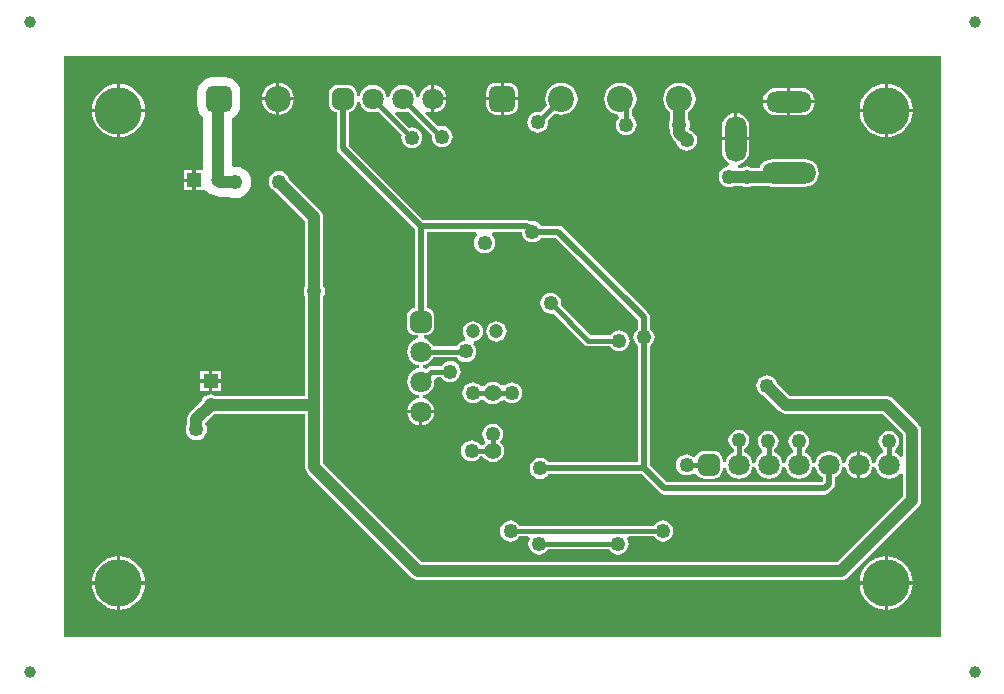
<source format=gbl>
G04*
G04 #@! TF.GenerationSoftware,Altium Limited,Altium Designer,18.1.1 (9)*
G04*
G04 Layer_Physical_Order=2*
G04 Layer_Color=16711680*
%FSLAX42Y42*%
%MOMM*%
G71*
G01*
G75*
%ADD45C,1.20*%
%ADD68C,0.40*%
%ADD69C,0.25*%
%ADD70C,1.00*%
%ADD71C,0.50*%
%ADD73C,1.00*%
%ADD74C,1.40*%
%ADD75C,2.20*%
G04:AMPARAMS|DCode=76|XSize=2.2mm|YSize=2.2mm|CornerRadius=0.55mm|HoleSize=0mm|Usage=FLASHONLY|Rotation=0.000|XOffset=0mm|YOffset=0mm|HoleType=Round|Shape=RoundedRectangle|*
%AMROUNDEDRECTD76*
21,1,2.20,1.10,0,0,0.0*
21,1,1.10,2.20,0,0,0.0*
1,1,1.10,0.55,-0.55*
1,1,1.10,-0.55,-0.55*
1,1,1.10,-0.55,0.55*
1,1,1.10,0.55,0.55*
%
%ADD76ROUNDEDRECTD76*%
%ADD77C,1.80*%
G04:AMPARAMS|DCode=78|XSize=1.8mm|YSize=1.8mm|CornerRadius=0.45mm|HoleSize=0mm|Usage=FLASHONLY|Rotation=0.000|XOffset=0mm|YOffset=0mm|HoleType=Round|Shape=RoundedRectangle|*
%AMROUNDEDRECTD78*
21,1,1.80,0.90,0,0,0.0*
21,1,0.90,1.80,0,0,0.0*
1,1,0.90,0.45,-0.45*
1,1,0.90,-0.45,-0.45*
1,1,0.90,-0.45,0.45*
1,1,0.90,0.45,0.45*
%
%ADD78ROUNDEDRECTD78*%
G04:AMPARAMS|DCode=79|XSize=1.8mm|YSize=1.8mm|CornerRadius=0.45mm|HoleSize=0mm|Usage=FLASHONLY|Rotation=270.000|XOffset=0mm|YOffset=0mm|HoleType=Round|Shape=RoundedRectangle|*
%AMROUNDEDRECTD79*
21,1,1.80,0.90,0,0,270.0*
21,1,0.90,1.80,0,0,270.0*
1,1,0.90,-0.45,-0.45*
1,1,0.90,-0.45,0.45*
1,1,0.90,0.45,0.45*
1,1,0.90,0.45,-0.45*
%
%ADD79ROUNDEDRECTD79*%
%ADD80O,4.60X1.80*%
%ADD81O,1.80X3.90*%
%ADD82O,3.90X1.80*%
%ADD83R,1.20X1.20*%
%ADD84R,1.20X1.20*%
%ADD85C,4.00*%
%ADD86C,1.25*%
G36*
X7461Y39D02*
X39D01*
Y4961D01*
X7461D01*
Y39D01*
D02*
G37*
%LPC*%
G36*
X2908Y4716D02*
X2878Y4712D01*
X2850Y4701D01*
X2826Y4682D01*
X2807Y4658D01*
X2796Y4630D01*
X2794Y4615D01*
X2768D01*
X2766Y4630D01*
X2755Y4658D01*
X2736Y4682D01*
X2712Y4701D01*
X2684Y4712D01*
X2654Y4716D01*
X2624Y4712D01*
X2596Y4701D01*
X2572Y4682D01*
X2553Y4658D01*
X2542Y4630D01*
X2541Y4626D01*
X2516Y4627D01*
Y4645D01*
X2514Y4663D01*
X2506Y4681D01*
X2495Y4695D01*
X2481Y4706D01*
X2463Y4714D01*
X2445Y4716D01*
X2355D01*
X2337Y4714D01*
X2319Y4706D01*
X2305Y4695D01*
X2294Y4681D01*
X2286Y4663D01*
X2284Y4645D01*
Y4555D01*
X2286Y4537D01*
X2294Y4519D01*
X2305Y4505D01*
X2319Y4494D01*
X2337Y4486D01*
X2349Y4485D01*
Y4180D01*
X2353Y4160D01*
X2364Y4144D01*
X3009Y3499D01*
Y2827D01*
X2997Y2826D01*
X2979Y2818D01*
X2965Y2807D01*
X2954Y2793D01*
X2946Y2775D01*
X2944Y2757D01*
Y2667D01*
X2946Y2649D01*
X2954Y2631D01*
X2965Y2617D01*
X2979Y2606D01*
X2997Y2598D01*
X3015Y2596D01*
X3033D01*
X3034Y2571D01*
X3030Y2570D01*
X3002Y2559D01*
X2978Y2540D01*
X2959Y2516D01*
X2948Y2488D01*
X2944Y2458D01*
X2948Y2428D01*
X2959Y2400D01*
X2978Y2376D01*
X3002Y2357D01*
X3030Y2346D01*
X3045Y2344D01*
Y2318D01*
X3030Y2316D01*
X3002Y2305D01*
X2978Y2286D01*
X2959Y2262D01*
X2948Y2234D01*
X2944Y2204D01*
X2948Y2174D01*
X2959Y2146D01*
X2978Y2122D01*
X3002Y2103D01*
X3030Y2092D01*
X3045Y2090D01*
Y2064D01*
X3030Y2062D01*
X3002Y2051D01*
X2978Y2032D01*
X2959Y2008D01*
X2948Y1980D01*
X2945Y1963D01*
X3060D01*
X3175D01*
X3172Y1980D01*
X3161Y2008D01*
X3142Y2032D01*
X3118Y2051D01*
X3090Y2062D01*
X3075Y2064D01*
Y2090D01*
X3090Y2092D01*
X3118Y2103D01*
X3142Y2122D01*
X3161Y2146D01*
X3172Y2174D01*
X3176Y2204D01*
X3174Y2219D01*
X3194Y2244D01*
X3235D01*
X3247Y2227D01*
X3266Y2213D01*
X3287Y2204D01*
X3310Y2201D01*
X3333Y2204D01*
X3354Y2213D01*
X3373Y2227D01*
X3387Y2246D01*
X3396Y2267D01*
X3399Y2290D01*
X3396Y2313D01*
X3387Y2334D01*
X3373Y2353D01*
X3354Y2367D01*
X3333Y2376D01*
X3310Y2379D01*
X3287Y2376D01*
X3266Y2367D01*
X3247Y2353D01*
X3235Y2336D01*
X3146D01*
X3146Y2336D01*
X3128Y2333D01*
X3113Y2323D01*
X3113Y2323D01*
X3102Y2311D01*
X3090Y2316D01*
X3075Y2318D01*
Y2344D01*
X3090Y2346D01*
X3118Y2357D01*
X3142Y2376D01*
X3161Y2400D01*
X3166Y2412D01*
X3366D01*
X3377Y2397D01*
X3396Y2383D01*
X3417Y2374D01*
X3440Y2371D01*
X3463Y2374D01*
X3484Y2383D01*
X3503Y2397D01*
X3517Y2416D01*
X3526Y2437D01*
X3529Y2460D01*
X3526Y2483D01*
X3517Y2504D01*
X3505Y2519D01*
X3508Y2533D01*
X3514Y2546D01*
X3522Y2547D01*
X3543Y2555D01*
X3561Y2569D01*
X3575Y2587D01*
X3583Y2608D01*
X3586Y2630D01*
X3583Y2652D01*
X3575Y2673D01*
X3561Y2691D01*
X3543Y2705D01*
X3522Y2713D01*
X3500Y2716D01*
X3478Y2713D01*
X3457Y2705D01*
X3439Y2691D01*
X3425Y2673D01*
X3417Y2652D01*
X3414Y2630D01*
X3417Y2608D01*
X3425Y2587D01*
X3436Y2573D01*
X3432Y2557D01*
X3427Y2547D01*
X3417Y2546D01*
X3396Y2537D01*
X3377Y2523D01*
X3363Y2504D01*
X3363Y2504D01*
X3166D01*
X3161Y2516D01*
X3142Y2540D01*
X3118Y2559D01*
X3090Y2570D01*
X3086Y2571D01*
X3087Y2596D01*
X3105D01*
X3123Y2598D01*
X3141Y2606D01*
X3155Y2617D01*
X3166Y2631D01*
X3174Y2649D01*
X3176Y2667D01*
Y2757D01*
X3174Y2775D01*
X3166Y2793D01*
X3155Y2807D01*
X3141Y2818D01*
X3123Y2826D01*
X3111Y2827D01*
Y3469D01*
X3530D01*
X3539Y3444D01*
X3537Y3443D01*
X3523Y3424D01*
X3514Y3403D01*
X3511Y3380D01*
X3514Y3357D01*
X3523Y3336D01*
X3537Y3317D01*
X3556Y3303D01*
X3577Y3294D01*
X3600Y3291D01*
X3623Y3294D01*
X3644Y3303D01*
X3663Y3317D01*
X3677Y3336D01*
X3686Y3357D01*
X3689Y3380D01*
X3686Y3403D01*
X3677Y3424D01*
X3663Y3443D01*
X3661Y3444D01*
X3670Y3469D01*
X3917D01*
X3919Y3452D01*
X3928Y3431D01*
X3942Y3412D01*
X3961Y3398D01*
X3982Y3389D01*
X4005Y3386D01*
X4028Y3389D01*
X4049Y3398D01*
X4068Y3412D01*
X4076Y3424D01*
X4204D01*
X4899Y2729D01*
Y2651D01*
X4887Y2643D01*
X4873Y2624D01*
X4864Y2603D01*
X4861Y2580D01*
X4864Y2557D01*
X4873Y2536D01*
X4887Y2517D01*
X4899Y2509D01*
Y1521D01*
X4141D01*
X4133Y1533D01*
X4114Y1547D01*
X4093Y1556D01*
X4070Y1559D01*
X4047Y1556D01*
X4026Y1547D01*
X4007Y1533D01*
X3993Y1514D01*
X3984Y1493D01*
X3981Y1470D01*
X3984Y1447D01*
X3993Y1426D01*
X4007Y1407D01*
X4026Y1393D01*
X4047Y1384D01*
X4070Y1381D01*
X4093Y1384D01*
X4114Y1393D01*
X4133Y1407D01*
X4141Y1419D01*
X4929D01*
X5084Y1264D01*
X5100Y1253D01*
X5120Y1249D01*
X6480D01*
X6500Y1253D01*
X6516Y1264D01*
X6552Y1300D01*
X6563Y1316D01*
X6567Y1336D01*
Y1396D01*
X6574Y1399D01*
X6598Y1418D01*
X6617Y1442D01*
X6628Y1470D01*
X6630Y1485D01*
X6656D01*
X6658Y1470D01*
X6669Y1442D01*
X6688Y1418D01*
X6712Y1399D01*
X6740Y1388D01*
X6757Y1385D01*
Y1500D01*
Y1615D01*
X6740Y1612D01*
X6712Y1601D01*
X6688Y1582D01*
X6669Y1558D01*
X6658Y1530D01*
X6656Y1515D01*
X6630D01*
X6628Y1530D01*
X6617Y1558D01*
X6598Y1582D01*
X6574Y1601D01*
X6546Y1612D01*
X6516Y1616D01*
X6486Y1612D01*
X6458Y1601D01*
X6434Y1582D01*
X6415Y1558D01*
X6404Y1530D01*
X6402Y1515D01*
X6376D01*
X6374Y1530D01*
X6363Y1558D01*
X6344Y1582D01*
X6320Y1601D01*
X6316Y1603D01*
X6314Y1629D01*
X6325Y1637D01*
X6339Y1656D01*
X6348Y1677D01*
X6351Y1700D01*
X6348Y1723D01*
X6339Y1744D01*
X6325Y1763D01*
X6306Y1777D01*
X6285Y1786D01*
X6262Y1789D01*
X6239Y1786D01*
X6218Y1777D01*
X6199Y1763D01*
X6185Y1744D01*
X6176Y1723D01*
X6173Y1700D01*
X6176Y1677D01*
X6185Y1656D01*
X6199Y1637D01*
X6210Y1629D01*
X6208Y1603D01*
X6204Y1601D01*
X6180Y1582D01*
X6161Y1558D01*
X6150Y1530D01*
X6148Y1515D01*
X6122D01*
X6120Y1530D01*
X6109Y1558D01*
X6090Y1582D01*
X6066Y1601D01*
X6054Y1606D01*
Y1631D01*
X6063Y1637D01*
X6077Y1656D01*
X6086Y1677D01*
X6089Y1700D01*
X6086Y1723D01*
X6077Y1744D01*
X6063Y1763D01*
X6044Y1777D01*
X6023Y1786D01*
X6000Y1789D01*
X5977Y1786D01*
X5956Y1777D01*
X5937Y1763D01*
X5923Y1744D01*
X5914Y1723D01*
X5911Y1700D01*
X5914Y1677D01*
X5923Y1656D01*
X5937Y1637D01*
X5950Y1628D01*
X5950Y1605D01*
X5948Y1599D01*
X5926Y1582D01*
X5907Y1558D01*
X5896Y1530D01*
X5894Y1515D01*
X5868D01*
X5866Y1530D01*
X5855Y1558D01*
X5836Y1582D01*
X5812Y1601D01*
X5800Y1606D01*
Y1635D01*
X5817Y1647D01*
X5831Y1666D01*
X5840Y1687D01*
X5843Y1710D01*
X5840Y1733D01*
X5831Y1754D01*
X5817Y1773D01*
X5798Y1787D01*
X5777Y1796D01*
X5754Y1799D01*
X5731Y1796D01*
X5710Y1787D01*
X5691Y1773D01*
X5677Y1754D01*
X5668Y1733D01*
X5665Y1710D01*
X5668Y1687D01*
X5677Y1666D01*
X5691Y1647D01*
X5708Y1635D01*
Y1606D01*
X5696Y1601D01*
X5672Y1582D01*
X5653Y1558D01*
X5642Y1530D01*
X5641Y1526D01*
X5616Y1527D01*
Y1545D01*
X5614Y1563D01*
X5606Y1581D01*
X5595Y1595D01*
X5581Y1606D01*
X5563Y1614D01*
X5545Y1616D01*
X5455D01*
X5437Y1614D01*
X5419Y1606D01*
X5405Y1595D01*
X5394Y1581D01*
X5392Y1578D01*
X5389Y1576D01*
X5363Y1570D01*
X5354Y1577D01*
X5333Y1586D01*
X5310Y1589D01*
X5287Y1586D01*
X5266Y1577D01*
X5247Y1563D01*
X5233Y1544D01*
X5224Y1523D01*
X5221Y1500D01*
X5224Y1477D01*
X5233Y1456D01*
X5247Y1437D01*
X5266Y1423D01*
X5287Y1414D01*
X5310Y1411D01*
X5333Y1414D01*
X5354Y1423D01*
X5363Y1430D01*
X5389Y1424D01*
X5392Y1422D01*
X5394Y1419D01*
X5405Y1405D01*
X5419Y1394D01*
X5437Y1386D01*
X5455Y1384D01*
X5545D01*
X5563Y1386D01*
X5581Y1394D01*
X5595Y1405D01*
X5606Y1419D01*
X5614Y1437D01*
X5616Y1455D01*
Y1473D01*
X5641Y1474D01*
X5642Y1470D01*
X5653Y1442D01*
X5672Y1418D01*
X5696Y1399D01*
X5724Y1388D01*
X5754Y1384D01*
X5784Y1388D01*
X5812Y1399D01*
X5836Y1418D01*
X5855Y1442D01*
X5866Y1470D01*
X5868Y1485D01*
X5894D01*
X5896Y1470D01*
X5907Y1442D01*
X5926Y1418D01*
X5950Y1399D01*
X5978Y1388D01*
X6008Y1384D01*
X6038Y1388D01*
X6066Y1399D01*
X6090Y1418D01*
X6109Y1442D01*
X6120Y1470D01*
X6122Y1485D01*
X6148D01*
X6150Y1470D01*
X6161Y1442D01*
X6180Y1418D01*
X6204Y1399D01*
X6232Y1388D01*
X6262Y1384D01*
X6292Y1388D01*
X6320Y1399D01*
X6344Y1418D01*
X6363Y1442D01*
X6374Y1470D01*
X6376Y1485D01*
X6402D01*
X6404Y1470D01*
X6415Y1442D01*
X6434Y1418D01*
X6458Y1399D01*
X6465Y1396D01*
Y1357D01*
X6459Y1351D01*
X5141D01*
X5001Y1491D01*
Y2509D01*
X5013Y2517D01*
X5027Y2536D01*
X5036Y2557D01*
X5039Y2580D01*
X5036Y2603D01*
X5027Y2624D01*
X5013Y2643D01*
X5001Y2651D01*
Y2750D01*
X4997Y2770D01*
X4986Y2786D01*
X4261Y3511D01*
X4245Y3522D01*
X4225Y3526D01*
X4076D01*
X4068Y3538D01*
X4049Y3552D01*
X4028Y3561D01*
X4005Y3564D01*
X3989Y3562D01*
X3980Y3567D01*
X3960Y3571D01*
X3081D01*
X2451Y4201D01*
Y4485D01*
X2463Y4486D01*
X2481Y4494D01*
X2495Y4505D01*
X2506Y4519D01*
X2514Y4537D01*
X2516Y4555D01*
Y4573D01*
X2541Y4574D01*
X2542Y4570D01*
X2553Y4542D01*
X2572Y4518D01*
X2596Y4499D01*
X2624Y4488D01*
X2654Y4484D01*
X2684Y4488D01*
X2696Y4493D01*
X2898Y4290D01*
X2895Y4270D01*
X2898Y4247D01*
X2907Y4226D01*
X2921Y4207D01*
X2940Y4193D01*
X2961Y4184D01*
X2984Y4181D01*
X3007Y4184D01*
X3028Y4193D01*
X3047Y4207D01*
X3061Y4226D01*
X3070Y4247D01*
X3073Y4270D01*
X3070Y4293D01*
X3061Y4314D01*
X3047Y4333D01*
X3028Y4347D01*
X3007Y4356D01*
X2984Y4359D01*
X2964Y4356D01*
X2846Y4474D01*
X2860Y4495D01*
X2878Y4488D01*
X2908Y4484D01*
X2938Y4488D01*
X2950Y4493D01*
X3153Y4290D01*
X3151Y4280D01*
X3154Y4257D01*
X3163Y4236D01*
X3177Y4217D01*
X3196Y4203D01*
X3217Y4194D01*
X3240Y4191D01*
X3263Y4194D01*
X3284Y4203D01*
X3303Y4217D01*
X3317Y4236D01*
X3326Y4257D01*
X3329Y4280D01*
X3326Y4303D01*
X3317Y4324D01*
X3303Y4343D01*
X3284Y4357D01*
X3263Y4366D01*
X3240Y4369D01*
X3217Y4366D01*
X3211Y4363D01*
X3100Y4474D01*
X3114Y4495D01*
X3132Y4488D01*
X3149Y4485D01*
Y4600D01*
Y4715D01*
X3132Y4712D01*
X3104Y4701D01*
X3080Y4682D01*
X3061Y4658D01*
X3050Y4630D01*
X3048Y4615D01*
X3022D01*
X3020Y4630D01*
X3009Y4658D01*
X2990Y4682D01*
X2966Y4701D01*
X2938Y4712D01*
X2908Y4716D01*
D02*
G37*
G36*
X3805Y4736D02*
X3763D01*
Y4613D01*
X3886D01*
Y4655D01*
X3883Y4676D01*
X3875Y4696D01*
X3862Y4712D01*
X3846Y4725D01*
X3826Y4733D01*
X3805Y4736D01*
D02*
G37*
G36*
X3737D02*
X3695D01*
X3674Y4733D01*
X3654Y4725D01*
X3638Y4712D01*
X3625Y4696D01*
X3617Y4676D01*
X3614Y4655D01*
Y4613D01*
X3737D01*
Y4736D01*
D02*
G37*
G36*
X3175Y4715D02*
Y4613D01*
X3277D01*
X3274Y4630D01*
X3263Y4658D01*
X3244Y4682D01*
X3220Y4701D01*
X3192Y4712D01*
X3175Y4715D01*
D02*
G37*
G36*
X1863Y4735D02*
Y4613D01*
X1985D01*
X1982Y4635D01*
X1968Y4668D01*
X1947Y4697D01*
X1918Y4718D01*
X1885Y4732D01*
X1863Y4735D01*
D02*
G37*
G36*
X1837D02*
X1815Y4732D01*
X1782Y4718D01*
X1753Y4697D01*
X1732Y4668D01*
X1718Y4635D01*
X1715Y4613D01*
X1837D01*
Y4735D01*
D02*
G37*
G36*
X6280Y4691D02*
X6188D01*
Y4588D01*
X6395D01*
X6392Y4605D01*
X6381Y4633D01*
X6362Y4657D01*
X6338Y4676D01*
X6310Y4687D01*
X6280Y4691D01*
D02*
G37*
G36*
X6162D02*
X6070D01*
X6040Y4687D01*
X6012Y4676D01*
X5988Y4657D01*
X5969Y4633D01*
X5958Y4605D01*
X5955Y4588D01*
X6162D01*
Y4691D01*
D02*
G37*
G36*
X7013Y4725D02*
Y4513D01*
X7225D01*
X7222Y4544D01*
X7209Y4587D01*
X7188Y4626D01*
X7160Y4660D01*
X7126Y4688D01*
X7087Y4709D01*
X7044Y4722D01*
X7013Y4725D01*
D02*
G37*
G36*
X6987D02*
X6956Y4722D01*
X6913Y4709D01*
X6874Y4688D01*
X6840Y4660D01*
X6812Y4626D01*
X6791Y4587D01*
X6778Y4544D01*
X6775Y4513D01*
X6987D01*
Y4725D01*
D02*
G37*
G36*
X513D02*
Y4513D01*
X725D01*
X722Y4544D01*
X709Y4587D01*
X688Y4626D01*
X660Y4660D01*
X626Y4688D01*
X587Y4709D01*
X544Y4722D01*
X513Y4725D01*
D02*
G37*
G36*
X487D02*
X456Y4722D01*
X413Y4709D01*
X374Y4688D01*
X340Y4660D01*
X312Y4626D01*
X291Y4587D01*
X278Y4544D01*
X275Y4513D01*
X487D01*
Y4725D01*
D02*
G37*
G36*
X4250Y4737D02*
X4215Y4732D01*
X4182Y4718D01*
X4153Y4697D01*
X4132Y4668D01*
X4118Y4635D01*
X4113Y4600D01*
X4118Y4565D01*
X4127Y4543D01*
X4070Y4486D01*
X4050Y4489D01*
X4027Y4486D01*
X4006Y4477D01*
X3987Y4463D01*
X3973Y4444D01*
X3964Y4423D01*
X3961Y4400D01*
X3964Y4377D01*
X3973Y4356D01*
X3987Y4337D01*
X4006Y4323D01*
X4027Y4314D01*
X4050Y4311D01*
X4073Y4314D01*
X4094Y4323D01*
X4113Y4337D01*
X4127Y4356D01*
X4136Y4377D01*
X4139Y4400D01*
X4136Y4420D01*
X4193Y4477D01*
X4215Y4468D01*
X4250Y4463D01*
X4285Y4468D01*
X4318Y4482D01*
X4347Y4503D01*
X4368Y4532D01*
X4382Y4565D01*
X4387Y4600D01*
X4382Y4635D01*
X4368Y4668D01*
X4347Y4697D01*
X4318Y4718D01*
X4285Y4732D01*
X4250Y4737D01*
D02*
G37*
G36*
X3277Y4587D02*
X3175D01*
Y4485D01*
X3192Y4488D01*
X3220Y4499D01*
X3244Y4518D01*
X3263Y4542D01*
X3274Y4570D01*
X3277Y4587D01*
D02*
G37*
G36*
X1985D02*
X1863D01*
Y4465D01*
X1885Y4468D01*
X1918Y4482D01*
X1947Y4503D01*
X1968Y4532D01*
X1982Y4565D01*
X1985Y4587D01*
D02*
G37*
G36*
X1837D02*
X1715D01*
X1718Y4565D01*
X1732Y4532D01*
X1753Y4503D01*
X1782Y4482D01*
X1815Y4468D01*
X1837Y4465D01*
Y4587D01*
D02*
G37*
G36*
X3886D02*
X3763D01*
Y4464D01*
X3805D01*
X3826Y4467D01*
X3846Y4475D01*
X3862Y4488D01*
X3875Y4504D01*
X3883Y4524D01*
X3886Y4545D01*
Y4587D01*
D02*
G37*
G36*
X3737D02*
X3614D01*
Y4545D01*
X3617Y4524D01*
X3625Y4504D01*
X3638Y4488D01*
X3654Y4475D01*
X3674Y4467D01*
X3695Y4464D01*
X3737D01*
Y4587D01*
D02*
G37*
G36*
X6395Y4562D02*
X6188D01*
Y4459D01*
X6280D01*
X6310Y4463D01*
X6338Y4474D01*
X6362Y4493D01*
X6381Y4517D01*
X6392Y4545D01*
X6395Y4562D01*
D02*
G37*
G36*
X6162D02*
X5955D01*
X5958Y4545D01*
X5969Y4517D01*
X5988Y4493D01*
X6012Y4474D01*
X6040Y4463D01*
X6070Y4459D01*
X6162D01*
Y4562D01*
D02*
G37*
G36*
X4750Y4737D02*
X4715Y4732D01*
X4682Y4718D01*
X4653Y4697D01*
X4632Y4668D01*
X4618Y4635D01*
X4613Y4600D01*
X4618Y4565D01*
X4632Y4532D01*
X4653Y4503D01*
X4682Y4482D01*
X4715Y4468D01*
X4727Y4466D01*
X4734Y4451D01*
X4735Y4440D01*
X4723Y4424D01*
X4714Y4403D01*
X4711Y4380D01*
X4714Y4357D01*
X4723Y4336D01*
X4737Y4317D01*
X4756Y4303D01*
X4777Y4294D01*
X4800Y4291D01*
X4823Y4294D01*
X4844Y4303D01*
X4863Y4317D01*
X4877Y4336D01*
X4886Y4357D01*
X4889Y4380D01*
X4886Y4403D01*
X4877Y4424D01*
X4863Y4443D01*
X4846Y4455D01*
Y4503D01*
X4847Y4503D01*
X4868Y4532D01*
X4882Y4565D01*
X4887Y4600D01*
X4882Y4635D01*
X4868Y4668D01*
X4847Y4697D01*
X4818Y4718D01*
X4785Y4732D01*
X4750Y4737D01*
D02*
G37*
G36*
X7225Y4487D02*
X7013D01*
Y4275D01*
X7044Y4278D01*
X7087Y4291D01*
X7126Y4312D01*
X7160Y4340D01*
X7188Y4374D01*
X7209Y4413D01*
X7222Y4456D01*
X7225Y4487D01*
D02*
G37*
G36*
X6987D02*
X6775D01*
X6778Y4456D01*
X6791Y4413D01*
X6812Y4374D01*
X6840Y4340D01*
X6874Y4312D01*
X6913Y4291D01*
X6956Y4278D01*
X6987Y4275D01*
Y4487D01*
D02*
G37*
G36*
X725D02*
X513D01*
Y4275D01*
X544Y4278D01*
X587Y4291D01*
X626Y4312D01*
X660Y4340D01*
X688Y4374D01*
X709Y4413D01*
X722Y4456D01*
X725Y4487D01*
D02*
G37*
G36*
X487D02*
X275D01*
X278Y4456D01*
X291Y4413D01*
X312Y4374D01*
X340Y4340D01*
X374Y4312D01*
X413Y4291D01*
X456Y4278D01*
X487Y4275D01*
Y4487D01*
D02*
G37*
G36*
X5738Y4480D02*
Y4273D01*
X5841D01*
Y4365D01*
X5837Y4395D01*
X5826Y4423D01*
X5807Y4447D01*
X5783Y4466D01*
X5755Y4477D01*
X5738Y4480D01*
D02*
G37*
G36*
X5712Y4480D02*
X5695Y4477D01*
X5667Y4466D01*
X5643Y4447D01*
X5624Y4423D01*
X5613Y4395D01*
X5609Y4365D01*
Y4273D01*
X5712D01*
Y4480D01*
D02*
G37*
G36*
X5250Y4737D02*
X5215Y4732D01*
X5182Y4718D01*
X5153Y4697D01*
X5132Y4668D01*
X5118Y4635D01*
X5113Y4600D01*
X5118Y4565D01*
X5132Y4532D01*
X5153Y4503D01*
X5174Y4488D01*
Y4425D01*
X5173Y4424D01*
X5164Y4403D01*
X5161Y4380D01*
X5164Y4357D01*
X5173Y4336D01*
X5174Y4335D01*
Y4310D01*
X5177Y4290D01*
X5184Y4272D01*
X5196Y4256D01*
X5224Y4228D01*
X5224Y4227D01*
X5233Y4206D01*
X5247Y4187D01*
X5266Y4173D01*
X5287Y4164D01*
X5310Y4161D01*
X5333Y4164D01*
X5354Y4173D01*
X5373Y4187D01*
X5387Y4206D01*
X5396Y4227D01*
X5399Y4250D01*
X5396Y4273D01*
X5387Y4294D01*
X5373Y4313D01*
X5354Y4327D01*
X5333Y4336D01*
X5336Y4357D01*
X5339Y4380D01*
X5336Y4403D01*
X5327Y4424D01*
X5326Y4425D01*
Y4488D01*
X5347Y4503D01*
X5368Y4532D01*
X5382Y4565D01*
X5387Y4600D01*
X5382Y4635D01*
X5368Y4668D01*
X5347Y4697D01*
X5318Y4718D01*
X5285Y4732D01*
X5250Y4737D01*
D02*
G37*
G36*
X1127Y3995D02*
X1055D01*
Y3923D01*
X1127D01*
Y3995D01*
D02*
G37*
G36*
X5841Y4247D02*
X5725D01*
X5609D01*
Y4155D01*
X5613Y4125D01*
X5624Y4097D01*
X5643Y4073D01*
X5667Y4054D01*
X5670Y4053D01*
X5670Y4046D01*
X5665Y4028D01*
X5647Y4026D01*
X5626Y4017D01*
X5607Y4003D01*
X5593Y3984D01*
X5584Y3963D01*
X5581Y3940D01*
X5584Y3917D01*
X5593Y3896D01*
X5607Y3877D01*
X5626Y3863D01*
X5647Y3854D01*
X5670Y3851D01*
X5693Y3854D01*
X5714Y3863D01*
X5715Y3864D01*
X5775D01*
X5776Y3863D01*
X5797Y3854D01*
X5820Y3851D01*
X5843Y3854D01*
X5864Y3863D01*
X5865Y3864D01*
X5989D01*
X6005Y3858D01*
X6035Y3854D01*
X6315D01*
X6345Y3858D01*
X6373Y3869D01*
X6397Y3888D01*
X6416Y3912D01*
X6427Y3940D01*
X6431Y3970D01*
X6427Y4000D01*
X6416Y4028D01*
X6397Y4052D01*
X6373Y4071D01*
X6345Y4082D01*
X6315Y4086D01*
X6035D01*
X6005Y4082D01*
X5977Y4071D01*
X5953Y4052D01*
X5934Y4028D01*
X5929Y4016D01*
X5865D01*
X5864Y4017D01*
X5843Y4026D01*
X5820Y4029D01*
X5797Y4026D01*
X5776Y4017D01*
X5775Y4016D01*
X5745D01*
X5744Y4041D01*
X5755Y4043D01*
X5783Y4054D01*
X5807Y4073D01*
X5826Y4097D01*
X5837Y4125D01*
X5841Y4155D01*
Y4247D01*
D02*
G37*
G36*
X1127Y3897D02*
X1055D01*
Y3825D01*
X1127D01*
Y3897D01*
D02*
G37*
G36*
X1405Y4781D02*
X1295D01*
X1262Y4777D01*
X1232Y4764D01*
X1206Y4744D01*
X1186Y4718D01*
X1173Y4688D01*
X1169Y4655D01*
Y4545D01*
X1173Y4512D01*
X1186Y4482D01*
X1206Y4456D01*
X1219Y4446D01*
Y3995D01*
X1153D01*
Y3910D01*
Y3825D01*
X1225D01*
Y3825D01*
X1247Y3817D01*
X1274Y3796D01*
X1306Y3783D01*
X1308Y3783D01*
X1326Y3776D01*
X1357Y3771D01*
X1437D01*
X1457Y3763D01*
X1491Y3759D01*
X1526Y3763D01*
X1558Y3777D01*
X1586Y3798D01*
X1607Y3826D01*
X1620Y3858D01*
X1625Y3892D01*
X1620Y3927D01*
X1607Y3959D01*
X1586Y3987D01*
X1558Y4008D01*
X1526Y4022D01*
X1491Y4026D01*
X1480Y4025D01*
X1461Y4041D01*
Y4433D01*
X1468Y4436D01*
X1494Y4456D01*
X1514Y4482D01*
X1527Y4512D01*
X1531Y4545D01*
Y4655D01*
X1527Y4688D01*
X1514Y4718D01*
X1494Y4744D01*
X1468Y4764D01*
X1438Y4777D01*
X1405Y4781D01*
D02*
G37*
G36*
X3700Y2716D02*
X3678Y2713D01*
X3657Y2705D01*
X3639Y2691D01*
X3625Y2673D01*
X3617Y2652D01*
X3614Y2630D01*
X3617Y2608D01*
X3625Y2587D01*
X3639Y2569D01*
X3657Y2555D01*
X3678Y2547D01*
X3700Y2544D01*
X3722Y2547D01*
X3743Y2555D01*
X3761Y2569D01*
X3775Y2587D01*
X3783Y2608D01*
X3786Y2630D01*
X3783Y2652D01*
X3775Y2673D01*
X3761Y2691D01*
X3743Y2705D01*
X3722Y2713D01*
X3700Y2716D01*
D02*
G37*
G36*
X4160Y2959D02*
X4137Y2956D01*
X4116Y2947D01*
X4097Y2933D01*
X4083Y2914D01*
X4074Y2893D01*
X4071Y2870D01*
X4074Y2847D01*
X4083Y2826D01*
X4097Y2807D01*
X4116Y2793D01*
X4137Y2784D01*
X4160Y2781D01*
X4180Y2784D01*
X4447Y2517D01*
X4462Y2507D01*
X4480Y2504D01*
X4480Y2504D01*
X4665D01*
X4677Y2487D01*
X4696Y2473D01*
X4717Y2464D01*
X4740Y2461D01*
X4763Y2464D01*
X4784Y2473D01*
X4803Y2487D01*
X4817Y2506D01*
X4826Y2527D01*
X4829Y2550D01*
X4826Y2573D01*
X4817Y2594D01*
X4803Y2613D01*
X4784Y2627D01*
X4763Y2636D01*
X4740Y2639D01*
X4717Y2636D01*
X4696Y2627D01*
X4677Y2613D01*
X4665Y2596D01*
X4499D01*
X4246Y2850D01*
X4249Y2870D01*
X4246Y2893D01*
X4237Y2914D01*
X4223Y2933D01*
X4204Y2947D01*
X4183Y2956D01*
X4160Y2959D01*
D02*
G37*
G36*
X1365Y2295D02*
X1293D01*
Y2223D01*
X1365D01*
Y2295D01*
D02*
G37*
G36*
X1267D02*
X1195D01*
Y2223D01*
X1267D01*
Y2295D01*
D02*
G37*
G36*
X3670Y2204D02*
X3645Y2201D01*
X3622Y2191D01*
X3602Y2176D01*
X3597Y2169D01*
X3566Y2168D01*
X3563Y2173D01*
X3544Y2187D01*
X3523Y2196D01*
X3500Y2199D01*
X3477Y2196D01*
X3456Y2187D01*
X3437Y2173D01*
X3423Y2154D01*
X3414Y2133D01*
X3411Y2110D01*
X3414Y2087D01*
X3423Y2066D01*
X3437Y2047D01*
X3456Y2033D01*
X3477Y2024D01*
X3500Y2021D01*
X3523Y2024D01*
X3544Y2033D01*
X3563Y2047D01*
X3564Y2050D01*
X3567Y2051D01*
X3594Y2050D01*
X3602Y2040D01*
X3622Y2025D01*
X3645Y2015D01*
X3670Y2012D01*
X3695Y2015D01*
X3718Y2025D01*
X3738Y2040D01*
X3740Y2042D01*
X3767Y2047D01*
X3786Y2033D01*
X3807Y2024D01*
X3830Y2021D01*
X3853Y2024D01*
X3874Y2033D01*
X3893Y2047D01*
X3907Y2066D01*
X3916Y2087D01*
X3919Y2110D01*
X3916Y2133D01*
X3907Y2154D01*
X3893Y2173D01*
X3874Y2187D01*
X3853Y2196D01*
X3830Y2199D01*
X3807Y2196D01*
X3786Y2187D01*
X3767Y2173D01*
X3738Y2176D01*
X3738Y2176D01*
X3718Y2191D01*
X3695Y2201D01*
X3670Y2204D01*
D02*
G37*
G36*
X1365Y2197D02*
X1293D01*
Y2125D01*
X1365D01*
Y2197D01*
D02*
G37*
G36*
X1267D02*
X1195D01*
Y2125D01*
X1267D01*
Y2197D01*
D02*
G37*
G36*
X1859Y3988D02*
X1837Y3985D01*
X1815Y3976D01*
X1797Y3962D01*
X1783Y3944D01*
X1774Y3922D01*
X1771Y3899D01*
X1774Y3877D01*
X1783Y3855D01*
X1797Y3837D01*
X1815Y3823D01*
X1837Y3814D01*
X1838Y3814D01*
X2083Y3568D01*
Y3015D01*
X2083Y3014D01*
X2074Y2992D01*
X2071Y2969D01*
X2074Y2947D01*
X2083Y2925D01*
X2083Y2924D01*
Y2086D01*
X1320D01*
X1302Y2093D01*
X1280Y2096D01*
X1258Y2093D01*
X1237Y2085D01*
X1219Y2071D01*
X1205Y2053D01*
X1198Y2036D01*
X1106Y1944D01*
X1094Y1928D01*
X1087Y1910D01*
X1084Y1890D01*
Y1845D01*
X1083Y1844D01*
X1074Y1823D01*
X1071Y1800D01*
X1074Y1777D01*
X1083Y1756D01*
X1097Y1737D01*
X1116Y1723D01*
X1137Y1714D01*
X1160Y1711D01*
X1183Y1714D01*
X1204Y1723D01*
X1223Y1737D01*
X1237Y1756D01*
X1246Y1777D01*
X1249Y1800D01*
X1246Y1823D01*
X1237Y1844D01*
X1236Y1845D01*
Y1858D01*
X1306Y1928D01*
X1320Y1934D01*
X2083D01*
Y1480D01*
X2086Y1460D01*
X2094Y1442D01*
X2106Y1426D01*
X2986Y546D01*
X3001Y534D01*
X3020Y527D01*
X3040Y524D01*
X6620D01*
X6640Y527D01*
X6658Y534D01*
X6674Y546D01*
X7274Y1146D01*
X7286Y1162D01*
X7289Y1170D01*
X7293Y1180D01*
X7296Y1200D01*
Y1790D01*
X7293Y1810D01*
X7286Y1828D01*
X7274Y1844D01*
X7054Y2064D01*
X7038Y2076D01*
X7020Y2083D01*
X7000Y2086D01*
X6182D01*
X6076Y2192D01*
X6076Y2193D01*
X6067Y2214D01*
X6053Y2233D01*
X6034Y2247D01*
X6013Y2256D01*
X5990Y2259D01*
X5967Y2256D01*
X5946Y2247D01*
X5927Y2233D01*
X5913Y2214D01*
X5904Y2193D01*
X5901Y2170D01*
X5904Y2147D01*
X5913Y2126D01*
X5927Y2107D01*
X5946Y2093D01*
X5967Y2084D01*
X5968Y2084D01*
X6096Y1956D01*
X6112Y1944D01*
X6130Y1937D01*
X6150Y1934D01*
X6968D01*
X7144Y1758D01*
Y1574D01*
X7119Y1566D01*
X7106Y1582D01*
X7082Y1601D01*
X7078Y1603D01*
X7076Y1629D01*
X7087Y1637D01*
X7101Y1656D01*
X7110Y1677D01*
X7113Y1700D01*
X7110Y1723D01*
X7101Y1744D01*
X7087Y1763D01*
X7068Y1777D01*
X7047Y1786D01*
X7024Y1789D01*
X7001Y1786D01*
X6980Y1777D01*
X6961Y1763D01*
X6947Y1744D01*
X6938Y1723D01*
X6935Y1700D01*
X6938Y1677D01*
X6947Y1656D01*
X6961Y1637D01*
X6972Y1629D01*
X6970Y1603D01*
X6966Y1601D01*
X6942Y1582D01*
X6923Y1558D01*
X6912Y1530D01*
X6910Y1515D01*
X6884D01*
X6882Y1530D01*
X6871Y1558D01*
X6852Y1582D01*
X6828Y1601D01*
X6800Y1612D01*
X6783Y1615D01*
Y1500D01*
Y1385D01*
X6800Y1388D01*
X6828Y1399D01*
X6852Y1418D01*
X6871Y1442D01*
X6882Y1470D01*
X6884Y1485D01*
X6910D01*
X6912Y1470D01*
X6923Y1442D01*
X6942Y1418D01*
X6966Y1399D01*
X6994Y1388D01*
X7024Y1384D01*
X7054Y1388D01*
X7082Y1399D01*
X7106Y1418D01*
X7119Y1434D01*
X7144Y1426D01*
Y1232D01*
X6588Y676D01*
X3071D01*
X2236Y1512D01*
Y2924D01*
X2236Y2925D01*
X2245Y2947D01*
X2248Y2969D01*
X2245Y2992D01*
X2236Y3014D01*
X2236Y3015D01*
Y3599D01*
X2233Y3619D01*
X2225Y3638D01*
X2213Y3653D01*
X1945Y3921D01*
X1945Y3922D01*
X1936Y3944D01*
X1922Y3962D01*
X1904Y3976D01*
X1882Y3985D01*
X1859Y3988D01*
D02*
G37*
G36*
X3175Y1937D02*
X3073D01*
Y1835D01*
X3090Y1838D01*
X3118Y1849D01*
X3142Y1868D01*
X3161Y1892D01*
X3172Y1920D01*
X3175Y1937D01*
D02*
G37*
G36*
X3047D02*
X2945D01*
X2948Y1920D01*
X2959Y1892D01*
X2978Y1868D01*
X3002Y1849D01*
X3030Y1838D01*
X3047Y1835D01*
Y1937D01*
D02*
G37*
G36*
X3670Y1849D02*
X3647Y1846D01*
X3626Y1837D01*
X3607Y1823D01*
X3593Y1804D01*
X3584Y1783D01*
X3581Y1760D01*
X3584Y1737D01*
X3593Y1716D01*
X3607Y1697D01*
Y1692D01*
X3602Y1688D01*
X3588Y1670D01*
X3566Y1669D01*
X3563Y1669D01*
X3553Y1683D01*
X3534Y1697D01*
X3513Y1706D01*
X3490Y1709D01*
X3467Y1706D01*
X3446Y1697D01*
X3427Y1683D01*
X3413Y1664D01*
X3404Y1643D01*
X3401Y1620D01*
X3404Y1597D01*
X3413Y1576D01*
X3427Y1557D01*
X3446Y1543D01*
X3467Y1534D01*
X3490Y1531D01*
X3513Y1534D01*
X3534Y1543D01*
X3553Y1557D01*
X3563Y1571D01*
X3566Y1571D01*
X3588Y1570D01*
X3602Y1552D01*
X3622Y1537D01*
X3645Y1527D01*
X3670Y1524D01*
X3695Y1527D01*
X3718Y1537D01*
X3738Y1552D01*
X3753Y1572D01*
X3763Y1595D01*
X3766Y1620D01*
X3763Y1645D01*
X3753Y1668D01*
X3738Y1688D01*
X3733Y1692D01*
Y1697D01*
X3747Y1716D01*
X3756Y1737D01*
X3759Y1760D01*
X3756Y1783D01*
X3747Y1804D01*
X3733Y1823D01*
X3714Y1837D01*
X3693Y1846D01*
X3670Y1849D01*
D02*
G37*
G36*
X5110Y1029D02*
X5087Y1026D01*
X5066Y1017D01*
X5047Y1003D01*
X5035Y986D01*
X3895D01*
X3883Y1003D01*
X3864Y1017D01*
X3843Y1026D01*
X3820Y1029D01*
X3797Y1026D01*
X3776Y1017D01*
X3757Y1003D01*
X3743Y984D01*
X3734Y963D01*
X3731Y940D01*
X3734Y917D01*
X3743Y896D01*
X3757Y877D01*
X3776Y863D01*
X3797Y854D01*
X3820Y851D01*
X3843Y854D01*
X3864Y863D01*
X3883Y877D01*
X3895Y894D01*
X3967D01*
X3973Y886D01*
X3981Y869D01*
X3974Y853D01*
X3971Y830D01*
X3974Y807D01*
X3983Y786D01*
X3997Y767D01*
X4016Y753D01*
X4037Y744D01*
X4060Y741D01*
X4083Y744D01*
X4104Y753D01*
X4123Y767D01*
X4135Y784D01*
X4655D01*
X4667Y767D01*
X4686Y753D01*
X4707Y744D01*
X4730Y741D01*
X4753Y744D01*
X4774Y753D01*
X4793Y767D01*
X4807Y786D01*
X4816Y807D01*
X4819Y830D01*
X4816Y853D01*
X4809Y869D01*
X4817Y886D01*
X4823Y894D01*
X5035D01*
X5047Y877D01*
X5066Y863D01*
X5087Y854D01*
X5110Y851D01*
X5133Y854D01*
X5154Y863D01*
X5173Y877D01*
X5187Y896D01*
X5196Y917D01*
X5199Y940D01*
X5196Y963D01*
X5187Y984D01*
X5173Y1003D01*
X5154Y1017D01*
X5133Y1026D01*
X5110Y1029D01*
D02*
G37*
G36*
X7013Y725D02*
Y513D01*
X7225D01*
X7222Y544D01*
X7209Y587D01*
X7188Y626D01*
X7160Y660D01*
X7126Y688D01*
X7087Y709D01*
X7044Y722D01*
X7013Y725D01*
D02*
G37*
G36*
X6987D02*
X6956Y722D01*
X6913Y709D01*
X6874Y688D01*
X6840Y660D01*
X6812Y626D01*
X6791Y587D01*
X6778Y544D01*
X6775Y513D01*
X6987D01*
Y725D01*
D02*
G37*
G36*
X513D02*
Y513D01*
X725D01*
X722Y544D01*
X709Y587D01*
X688Y626D01*
X660Y660D01*
X626Y688D01*
X587Y709D01*
X544Y722D01*
X513Y725D01*
D02*
G37*
G36*
X487D02*
X456Y722D01*
X413Y709D01*
X374Y688D01*
X340Y660D01*
X312Y626D01*
X291Y587D01*
X278Y544D01*
X275Y513D01*
X487D01*
Y725D01*
D02*
G37*
G36*
X7225Y487D02*
X7013D01*
Y275D01*
X7044Y278D01*
X7087Y291D01*
X7126Y312D01*
X7160Y340D01*
X7188Y374D01*
X7209Y413D01*
X7222Y456D01*
X7225Y487D01*
D02*
G37*
G36*
X6987D02*
X6775D01*
X6778Y456D01*
X6791Y413D01*
X6812Y374D01*
X6840Y340D01*
X6874Y312D01*
X6913Y291D01*
X6956Y278D01*
X6987Y275D01*
Y487D01*
D02*
G37*
G36*
X725D02*
X513D01*
Y275D01*
X544Y278D01*
X587Y291D01*
X626Y312D01*
X660Y340D01*
X688Y374D01*
X709Y413D01*
X722Y456D01*
X725Y487D01*
D02*
G37*
G36*
X487D02*
X275D01*
X278Y456D01*
X291Y413D01*
X312Y374D01*
X340Y340D01*
X374Y312D01*
X413Y291D01*
X456Y278D01*
X487Y275D01*
Y487D01*
D02*
G37*
%LPD*%
D45*
X1340Y3910D02*
D03*
X1280Y2010D02*
D03*
X3700Y2630D02*
D03*
X3500D02*
D03*
D68*
X3670Y2108D02*
X3828D01*
X3500D02*
X3670D01*
X3490Y1620D02*
X3670D01*
Y1750D01*
X5310Y1500D02*
X5500D01*
X5754D02*
Y1710D01*
X6008Y1500D02*
Y1722D01*
X6262Y1500D02*
Y1728D01*
X7024Y1500D02*
Y1700D01*
X2908Y4600D02*
X3228Y4280D01*
X2654Y4600D02*
X2984Y4270D01*
X3060Y2458D02*
X3438D01*
X3146Y2290D02*
X3310D01*
X3060Y2204D02*
X3146Y2290D01*
X4750Y4600D02*
X4800Y4550D01*
Y4380D02*
Y4550D01*
X4050Y4400D02*
X4250Y4600D01*
X3820Y940D02*
X5110D01*
X4060Y830D02*
X4730D01*
X4160Y2870D02*
X4480Y2550D01*
X4740D01*
D69*
X6262Y1700D02*
Y1728D01*
X6000Y1700D02*
Y1714D01*
X6008Y1722D01*
X3828Y2108D02*
X3830Y2110D01*
X3228Y4280D02*
X3240D01*
X3438Y2458D02*
X3440Y2460D01*
X6145Y3940D02*
X6175Y3970D01*
D70*
X1160Y1890D02*
X1280Y2010D01*
X1160Y1800D02*
Y1890D01*
X1280Y2010D02*
X2140D01*
X7220Y1200D02*
Y1790D01*
X7000Y2010D02*
X7220Y1790D01*
X6150Y2010D02*
X7000D01*
X5990Y2170D02*
X6150Y2010D01*
X1357Y3892D02*
X1491D01*
X1340Y3910D02*
X1357Y3892D01*
X1340Y3910D02*
Y4590D01*
X5250Y4310D02*
Y4380D01*
Y4310D02*
X5310Y4250D01*
X5250Y4380D02*
Y4600D01*
X5820Y3940D02*
X6145D01*
X5670D02*
X5820D01*
X3040Y600D02*
X6620D01*
X2159Y1480D02*
X3040Y600D01*
X6620D02*
X7220Y1200D01*
X2159Y1480D02*
Y2969D01*
Y3599D01*
X1859Y3899D02*
X2159Y3599D01*
D71*
X2400Y4180D02*
X3060Y3520D01*
X2400Y4180D02*
Y4600D01*
X3960Y3520D02*
X4005Y3475D01*
X3060Y3520D02*
X3960D01*
X5120Y1300D02*
X6480D01*
X4950Y1470D02*
X5120Y1300D01*
X4950Y1470D02*
Y2580D01*
X4070Y1470D02*
X4950D01*
X6480Y1300D02*
X6516Y1336D01*
Y1500D01*
X4950Y2580D02*
Y2750D01*
X4225Y3475D02*
X4950Y2750D01*
X4005Y3475D02*
X4225D01*
X3060Y2712D02*
Y3520D01*
D73*
X7750Y-250D02*
D03*
X-250D02*
D03*
X7750Y5250D02*
D03*
X-250D02*
D03*
X5725Y4180D02*
D03*
Y4340D02*
D03*
X6255Y4575D02*
D03*
X6095D02*
D03*
X6255Y3970D02*
D03*
X6095D02*
D03*
D74*
X3670Y2108D02*
D03*
Y1620D02*
D03*
D75*
X1850Y4600D02*
D03*
X5250D02*
D03*
X4750D02*
D03*
X4250D02*
D03*
D76*
X1350D02*
D03*
X3750D02*
D03*
D77*
X7024Y1500D02*
D03*
X6770D02*
D03*
X6516D02*
D03*
X6262D02*
D03*
X6008D02*
D03*
X5754D02*
D03*
X2654Y4600D02*
D03*
X2908D02*
D03*
X3162D02*
D03*
X3060Y2458D02*
D03*
Y2204D02*
D03*
Y1950D02*
D03*
D78*
X5500Y1500D02*
D03*
X2400Y4600D02*
D03*
D79*
X3060Y2712D02*
D03*
D80*
X6175Y3970D02*
D03*
D81*
X5725Y4260D02*
D03*
D82*
X6175Y4575D02*
D03*
D83*
X1140Y3910D02*
D03*
D84*
X1280Y2210D02*
D03*
D85*
X7000Y500D02*
D03*
X500D02*
D03*
X7000Y4500D02*
D03*
X500D02*
D03*
D86*
X2700Y2110D02*
D03*
X390Y3690D02*
D03*
X380Y3900D02*
D03*
Y4120D02*
D03*
X7024Y1700D02*
D03*
X6262D02*
D03*
X5754Y1710D02*
D03*
X6000Y1700D02*
D03*
X3600Y3380D02*
D03*
X1160Y1800D02*
D03*
X3500Y2110D02*
D03*
X3490Y1620D02*
D03*
X3670Y1760D02*
D03*
X3830Y2110D02*
D03*
X5310Y1500D02*
D03*
X1491Y3892D02*
D03*
X3240Y4280D02*
D03*
X2984Y4270D02*
D03*
X3310Y2290D02*
D03*
X3440Y2460D02*
D03*
X5250Y4380D02*
D03*
X5310Y4250D02*
D03*
X4800Y4380D02*
D03*
X4050Y4400D02*
D03*
X5820Y3940D02*
D03*
X5670D02*
D03*
X4720Y2760D02*
D03*
X3920Y1710D02*
D03*
X2620Y3440D02*
D03*
X6490Y3200D02*
D03*
Y3077D02*
D03*
X4730Y3630D02*
D03*
X2300Y3030D02*
D03*
X2541Y2120D02*
D03*
X6460Y3630D02*
D03*
X6270Y3710D02*
D03*
X6150D02*
D03*
X3870Y2870D02*
D03*
X3350Y2880D02*
D03*
X1630Y4160D02*
D03*
X4070Y1060D02*
D03*
X4220D02*
D03*
X4730Y830D02*
D03*
X4060D02*
D03*
X1859Y3899D02*
D03*
X1670Y3470D02*
D03*
X970Y950D02*
D03*
X1710Y1350D02*
D03*
X1560D02*
D03*
X5990Y2170D02*
D03*
X5550Y2590D02*
D03*
X5350Y2800D02*
D03*
Y3330D02*
D03*
X5490Y3230D02*
D03*
X1510Y2650D02*
D03*
X1390D02*
D03*
X1990Y2550D02*
D03*
X5110Y940D02*
D03*
X3820D02*
D03*
X2159Y2969D02*
D03*
X3320Y1864D02*
D03*
X4000Y3650D02*
D03*
X4005Y3475D02*
D03*
X4160Y2870D02*
D03*
X4740Y2550D02*
D03*
X6710Y2200D02*
D03*
X5380D02*
D03*
X4070Y1470D02*
D03*
X4950Y2580D02*
D03*
X4250Y4210D02*
D03*
X4500D02*
D03*
M02*

</source>
